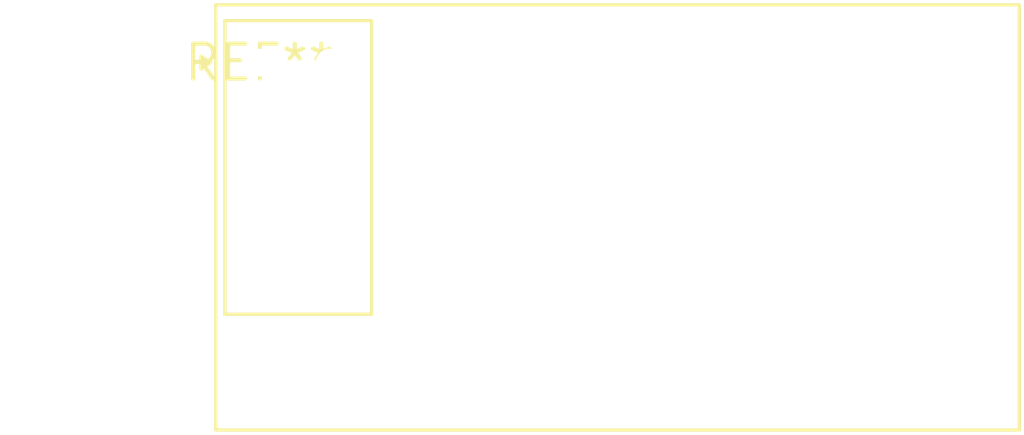
<source format=kicad_pcb>
(kicad_pcb (version 20240108) (generator pcbnew)
  (layers (0 "F.Cu" signal) (31 "B.Cu" signal) (34 "B.Paste" user) (35 "F.Paste" user) (36 "B.SilkS" user "B.Silkscreen") (37 "F.SilkS" user "F.Silkscreen") (38 "B.Mask" user) (39 "F.Mask" user) (44 "Edge.Cuts" user))
  (net 0 "")
  (footprint "nRF24L01_Breakout" (layer "F.Cu") (at 0 0)
    (property "Reference" "REF**")
    (property "Value" "nRF24L01_Breakout")
    (fp_line (start -1.6 -2.1) (end -1.6 -2.1) (layer "F.SilkS") (stroke (width 0.12)))
    (fp_line (start -1.6 -2.1) (end 27.6 -2.1) (layer "F.SilkS") (stroke (width 0.12)))
    (fp_line (start -1.6 13.35) (end -1.6 -2.1) (layer "F.SilkS") (stroke (width 0.12)))
    (fp_line (start -1.27 -1.524) (end -1.27 -1.524) (layer "F.SilkS") (stroke (width 0.12)))
    (fp_line (start -1.27 -1.524) (end 4.064 -1.524) (layer "F.SilkS") (stroke (width 0.12)))
    (fp_line (start -1.27 9.144) (end -1.27 -1.524) (layer "F.SilkS") (stroke (width 0.12)))
    (fp_line (start -1.27 9.144) (end -1.27 9.144) (layer "F.SilkS") (stroke (width 0.12)))
    (fp_line (start 4.064 -1.524) (end 4.064 9.144) (layer "F.SilkS") (stroke (width 0.12)))
    (fp_line (start 4.064 9.144) (end -1.27 9.144) (layer "F.SilkS") (stroke (width 0.12)))
    (fp_line (start 27.6 -2.1) (end 27.6 13.35) (layer "F.SilkS") (stroke (width 0.12)))
    (fp_line (start 27.6 13.35) (end -1.6 13.35) (layer "F.SilkS") (stroke (width 0.12)))
    (fp_poly (pts (xy -1.8 0) (xy -2.136 0.24) (xy -2.136 -0.24) (xy -1.8 0)) (layer "F.SilkS") (stroke (width 0.12)) (fill solid))
    (pad "1" thru_hole rect (at 0 0) (size 1.7 1.7) (drill 1) (layers *.Cu *.Mask) (remove_unused_layers))
    (pad "2" thru_hole circle (at 2.54 0) (size 1.7 1.7) (drill 1) (layers *.Cu *.Mask) (remove_unused_layers))
    (pad "3" thru_hole circle (at 0 2.54) (size 1.7 1.7) (drill 1) (layers *.Cu *.Mask) (remove_unused_layers))
    (pad "4" thru_hole circle (at 2.54 2.54) (size 1.7 1.7) (drill 1) (layers *.Cu *.Mask) (remove_unused_layers))
    (pad "5" thru_hole circle (at 0 5.08) (size 1.7 1.7) (drill 1) (layers *.Cu *.Mask) (remove_unused_layers))
    (pad "6" thru_hole circle (at 2.54 5.08) (size 1.7 1.7) (drill 1) (layers *.Cu *.Mask) (remove_unused_layers))
    (pad "7" thru_hole circle (at 0 7.62) (size 1.7 1.7) (drill 1) (layers *.Cu *.Mask) (remove_unused_layers))
    (pad "8" thru_hole circle (at 2.54 7.62) (size 1.7 1.7) (drill 1) (layers *.Cu *.Mask) (remove_unused_layers))
  )
)
</source>
